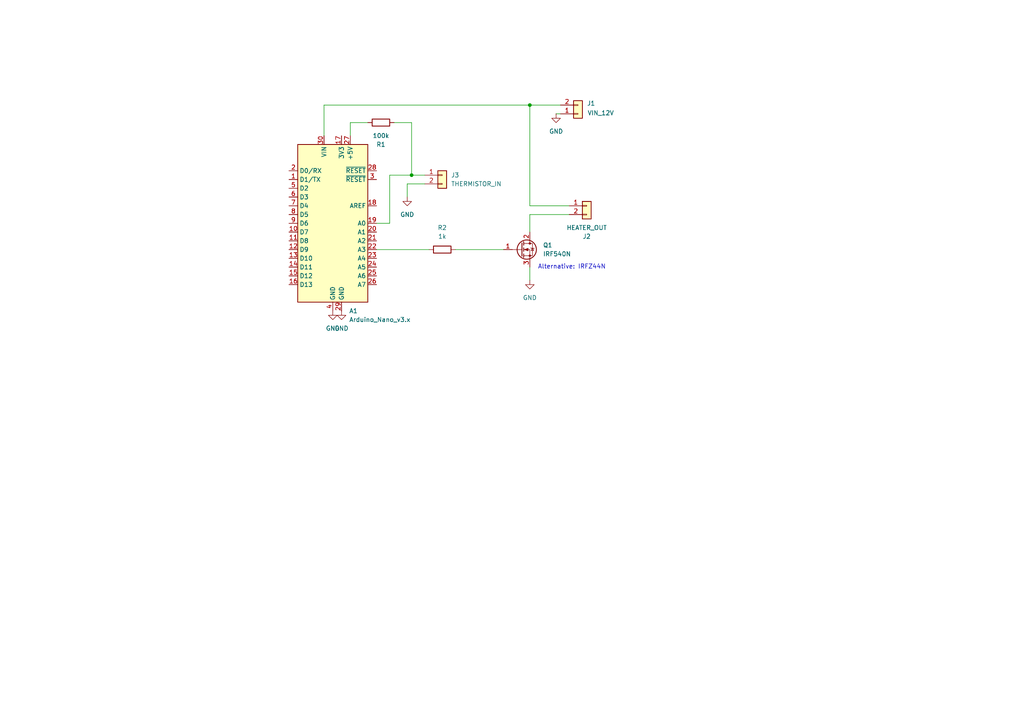
<source format=kicad_sch>
(kicad_sch
	(version 20231120)
	(generator "eeschema")
	(generator_version "8.0")
	(uuid "90fb296a-b995-4d70-8137-d9ece6a12c7e")
	(paper "A4")
	(lib_symbols
		(symbol "Connector_Generic:Conn_01x02"
			(pin_names
				(offset 1.016) hide)
			(exclude_from_sim no)
			(in_bom yes)
			(on_board yes)
			(property "Reference" "J"
				(at 0 2.54 0)
				(effects
					(font
						(size 1.27 1.27)
					)
				)
			)
			(property "Value" "Conn_01x02"
				(at 0 -5.08 0)
				(effects
					(font
						(size 1.27 1.27)
					)
				)
			)
			(property "Footprint" ""
				(at 0 0 0)
				(effects
					(font
						(size 1.27 1.27)
					)
					(hide yes)
				)
			)
			(property "Datasheet" "~"
				(at 0 0 0)
				(effects
					(font
						(size 1.27 1.27)
					)
					(hide yes)
				)
			)
			(property "Description" "Generic connector, single row, 01x02, script generated (kicad-library-utils/schlib/autogen/connector/)"
				(at 0 0 0)
				(effects
					(font
						(size 1.27 1.27)
					)
					(hide yes)
				)
			)
			(property "ki_keywords" "connector"
				(at 0 0 0)
				(effects
					(font
						(size 1.27 1.27)
					)
					(hide yes)
				)
			)
			(property "ki_fp_filters" "Connector*:*_1x??_*"
				(at 0 0 0)
				(effects
					(font
						(size 1.27 1.27)
					)
					(hide yes)
				)
			)
			(symbol "Conn_01x02_1_1"
				(rectangle
					(start -1.27 -2.413)
					(end 0 -2.667)
					(stroke
						(width 0.1524)
						(type default)
					)
					(fill
						(type none)
					)
				)
				(rectangle
					(start -1.27 0.127)
					(end 0 -0.127)
					(stroke
						(width 0.1524)
						(type default)
					)
					(fill
						(type none)
					)
				)
				(rectangle
					(start -1.27 1.27)
					(end 1.27 -3.81)
					(stroke
						(width 0.254)
						(type default)
					)
					(fill
						(type background)
					)
				)
				(pin passive line
					(at -5.08 0 0)
					(length 3.81)
					(name "Pin_1"
						(effects
							(font
								(size 1.27 1.27)
							)
						)
					)
					(number "1"
						(effects
							(font
								(size 1.27 1.27)
							)
						)
					)
				)
				(pin passive line
					(at -5.08 -2.54 0)
					(length 3.81)
					(name "Pin_2"
						(effects
							(font
								(size 1.27 1.27)
							)
						)
					)
					(number "2"
						(effects
							(font
								(size 1.27 1.27)
							)
						)
					)
				)
			)
		)
		(symbol "Device:R"
			(pin_numbers hide)
			(pin_names
				(offset 0)
			)
			(exclude_from_sim no)
			(in_bom yes)
			(on_board yes)
			(property "Reference" "R"
				(at 2.032 0 90)
				(effects
					(font
						(size 1.27 1.27)
					)
				)
			)
			(property "Value" "R"
				(at 0 0 90)
				(effects
					(font
						(size 1.27 1.27)
					)
				)
			)
			(property "Footprint" ""
				(at -1.778 0 90)
				(effects
					(font
						(size 1.27 1.27)
					)
					(hide yes)
				)
			)
			(property "Datasheet" "~"
				(at 0 0 0)
				(effects
					(font
						(size 1.27 1.27)
					)
					(hide yes)
				)
			)
			(property "Description" "Resistor"
				(at 0 0 0)
				(effects
					(font
						(size 1.27 1.27)
					)
					(hide yes)
				)
			)
			(property "ki_keywords" "R res resistor"
				(at 0 0 0)
				(effects
					(font
						(size 1.27 1.27)
					)
					(hide yes)
				)
			)
			(property "ki_fp_filters" "R_*"
				(at 0 0 0)
				(effects
					(font
						(size 1.27 1.27)
					)
					(hide yes)
				)
			)
			(symbol "R_0_1"
				(rectangle
					(start -1.016 -2.54)
					(end 1.016 2.54)
					(stroke
						(width 0.254)
						(type default)
					)
					(fill
						(type none)
					)
				)
			)
			(symbol "R_1_1"
				(pin passive line
					(at 0 3.81 270)
					(length 1.27)
					(name "~"
						(effects
							(font
								(size 1.27 1.27)
							)
						)
					)
					(number "1"
						(effects
							(font
								(size 1.27 1.27)
							)
						)
					)
				)
				(pin passive line
					(at 0 -3.81 90)
					(length 1.27)
					(name "~"
						(effects
							(font
								(size 1.27 1.27)
							)
						)
					)
					(number "2"
						(effects
							(font
								(size 1.27 1.27)
							)
						)
					)
				)
			)
		)
		(symbol "MCU_Module:Arduino_Nano_v3.x"
			(exclude_from_sim no)
			(in_bom yes)
			(on_board yes)
			(property "Reference" "A"
				(at -10.16 23.495 0)
				(effects
					(font
						(size 1.27 1.27)
					)
					(justify left bottom)
				)
			)
			(property "Value" "Arduino_Nano_v3.x"
				(at 5.08 -24.13 0)
				(effects
					(font
						(size 1.27 1.27)
					)
					(justify left top)
				)
			)
			(property "Footprint" "Module:Arduino_Nano"
				(at 0 0 0)
				(effects
					(font
						(size 1.27 1.27)
						(italic yes)
					)
					(hide yes)
				)
			)
			(property "Datasheet" "http://www.mouser.com/pdfdocs/Gravitech_Arduino_Nano3_0.pdf"
				(at 0 0 0)
				(effects
					(font
						(size 1.27 1.27)
					)
					(hide yes)
				)
			)
			(property "Description" "Arduino Nano v3.x"
				(at 0 0 0)
				(effects
					(font
						(size 1.27 1.27)
					)
					(hide yes)
				)
			)
			(property "ki_keywords" "Arduino nano microcontroller module USB"
				(at 0 0 0)
				(effects
					(font
						(size 1.27 1.27)
					)
					(hide yes)
				)
			)
			(property "ki_fp_filters" "Arduino*Nano*"
				(at 0 0 0)
				(effects
					(font
						(size 1.27 1.27)
					)
					(hide yes)
				)
			)
			(symbol "Arduino_Nano_v3.x_0_1"
				(rectangle
					(start -10.16 22.86)
					(end 10.16 -22.86)
					(stroke
						(width 0.254)
						(type default)
					)
					(fill
						(type background)
					)
				)
			)
			(symbol "Arduino_Nano_v3.x_1_1"
				(pin bidirectional line
					(at -12.7 12.7 0)
					(length 2.54)
					(name "D1/TX"
						(effects
							(font
								(size 1.27 1.27)
							)
						)
					)
					(number "1"
						(effects
							(font
								(size 1.27 1.27)
							)
						)
					)
				)
				(pin bidirectional line
					(at -12.7 -2.54 0)
					(length 2.54)
					(name "D7"
						(effects
							(font
								(size 1.27 1.27)
							)
						)
					)
					(number "10"
						(effects
							(font
								(size 1.27 1.27)
							)
						)
					)
				)
				(pin bidirectional line
					(at -12.7 -5.08 0)
					(length 2.54)
					(name "D8"
						(effects
							(font
								(size 1.27 1.27)
							)
						)
					)
					(number "11"
						(effects
							(font
								(size 1.27 1.27)
							)
						)
					)
				)
				(pin bidirectional line
					(at -12.7 -7.62 0)
					(length 2.54)
					(name "D9"
						(effects
							(font
								(size 1.27 1.27)
							)
						)
					)
					(number "12"
						(effects
							(font
								(size 1.27 1.27)
							)
						)
					)
				)
				(pin bidirectional line
					(at -12.7 -10.16 0)
					(length 2.54)
					(name "D10"
						(effects
							(font
								(size 1.27 1.27)
							)
						)
					)
					(number "13"
						(effects
							(font
								(size 1.27 1.27)
							)
						)
					)
				)
				(pin bidirectional line
					(at -12.7 -12.7 0)
					(length 2.54)
					(name "D11"
						(effects
							(font
								(size 1.27 1.27)
							)
						)
					)
					(number "14"
						(effects
							(font
								(size 1.27 1.27)
							)
						)
					)
				)
				(pin bidirectional line
					(at -12.7 -15.24 0)
					(length 2.54)
					(name "D12"
						(effects
							(font
								(size 1.27 1.27)
							)
						)
					)
					(number "15"
						(effects
							(font
								(size 1.27 1.27)
							)
						)
					)
				)
				(pin bidirectional line
					(at -12.7 -17.78 0)
					(length 2.54)
					(name "D13"
						(effects
							(font
								(size 1.27 1.27)
							)
						)
					)
					(number "16"
						(effects
							(font
								(size 1.27 1.27)
							)
						)
					)
				)
				(pin power_out line
					(at 2.54 25.4 270)
					(length 2.54)
					(name "3V3"
						(effects
							(font
								(size 1.27 1.27)
							)
						)
					)
					(number "17"
						(effects
							(font
								(size 1.27 1.27)
							)
						)
					)
				)
				(pin input line
					(at 12.7 5.08 180)
					(length 2.54)
					(name "AREF"
						(effects
							(font
								(size 1.27 1.27)
							)
						)
					)
					(number "18"
						(effects
							(font
								(size 1.27 1.27)
							)
						)
					)
				)
				(pin bidirectional line
					(at 12.7 0 180)
					(length 2.54)
					(name "A0"
						(effects
							(font
								(size 1.27 1.27)
							)
						)
					)
					(number "19"
						(effects
							(font
								(size 1.27 1.27)
							)
						)
					)
				)
				(pin bidirectional line
					(at -12.7 15.24 0)
					(length 2.54)
					(name "D0/RX"
						(effects
							(font
								(size 1.27 1.27)
							)
						)
					)
					(number "2"
						(effects
							(font
								(size 1.27 1.27)
							)
						)
					)
				)
				(pin bidirectional line
					(at 12.7 -2.54 180)
					(length 2.54)
					(name "A1"
						(effects
							(font
								(size 1.27 1.27)
							)
						)
					)
					(number "20"
						(effects
							(font
								(size 1.27 1.27)
							)
						)
					)
				)
				(pin bidirectional line
					(at 12.7 -5.08 180)
					(length 2.54)
					(name "A2"
						(effects
							(font
								(size 1.27 1.27)
							)
						)
					)
					(number "21"
						(effects
							(font
								(size 1.27 1.27)
							)
						)
					)
				)
				(pin bidirectional line
					(at 12.7 -7.62 180)
					(length 2.54)
					(name "A3"
						(effects
							(font
								(size 1.27 1.27)
							)
						)
					)
					(number "22"
						(effects
							(font
								(size 1.27 1.27)
							)
						)
					)
				)
				(pin bidirectional line
					(at 12.7 -10.16 180)
					(length 2.54)
					(name "A4"
						(effects
							(font
								(size 1.27 1.27)
							)
						)
					)
					(number "23"
						(effects
							(font
								(size 1.27 1.27)
							)
						)
					)
				)
				(pin bidirectional line
					(at 12.7 -12.7 180)
					(length 2.54)
					(name "A5"
						(effects
							(font
								(size 1.27 1.27)
							)
						)
					)
					(number "24"
						(effects
							(font
								(size 1.27 1.27)
							)
						)
					)
				)
				(pin bidirectional line
					(at 12.7 -15.24 180)
					(length 2.54)
					(name "A6"
						(effects
							(font
								(size 1.27 1.27)
							)
						)
					)
					(number "25"
						(effects
							(font
								(size 1.27 1.27)
							)
						)
					)
				)
				(pin bidirectional line
					(at 12.7 -17.78 180)
					(length 2.54)
					(name "A7"
						(effects
							(font
								(size 1.27 1.27)
							)
						)
					)
					(number "26"
						(effects
							(font
								(size 1.27 1.27)
							)
						)
					)
				)
				(pin power_out line
					(at 5.08 25.4 270)
					(length 2.54)
					(name "+5V"
						(effects
							(font
								(size 1.27 1.27)
							)
						)
					)
					(number "27"
						(effects
							(font
								(size 1.27 1.27)
							)
						)
					)
				)
				(pin input line
					(at 12.7 15.24 180)
					(length 2.54)
					(name "~{RESET}"
						(effects
							(font
								(size 1.27 1.27)
							)
						)
					)
					(number "28"
						(effects
							(font
								(size 1.27 1.27)
							)
						)
					)
				)
				(pin power_in line
					(at 2.54 -25.4 90)
					(length 2.54)
					(name "GND"
						(effects
							(font
								(size 1.27 1.27)
							)
						)
					)
					(number "29"
						(effects
							(font
								(size 1.27 1.27)
							)
						)
					)
				)
				(pin input line
					(at 12.7 12.7 180)
					(length 2.54)
					(name "~{RESET}"
						(effects
							(font
								(size 1.27 1.27)
							)
						)
					)
					(number "3"
						(effects
							(font
								(size 1.27 1.27)
							)
						)
					)
				)
				(pin power_in line
					(at -2.54 25.4 270)
					(length 2.54)
					(name "VIN"
						(effects
							(font
								(size 1.27 1.27)
							)
						)
					)
					(number "30"
						(effects
							(font
								(size 1.27 1.27)
							)
						)
					)
				)
				(pin power_in line
					(at 0 -25.4 90)
					(length 2.54)
					(name "GND"
						(effects
							(font
								(size 1.27 1.27)
							)
						)
					)
					(number "4"
						(effects
							(font
								(size 1.27 1.27)
							)
						)
					)
				)
				(pin bidirectional line
					(at -12.7 10.16 0)
					(length 2.54)
					(name "D2"
						(effects
							(font
								(size 1.27 1.27)
							)
						)
					)
					(number "5"
						(effects
							(font
								(size 1.27 1.27)
							)
						)
					)
				)
				(pin bidirectional line
					(at -12.7 7.62 0)
					(length 2.54)
					(name "D3"
						(effects
							(font
								(size 1.27 1.27)
							)
						)
					)
					(number "6"
						(effects
							(font
								(size 1.27 1.27)
							)
						)
					)
				)
				(pin bidirectional line
					(at -12.7 5.08 0)
					(length 2.54)
					(name "D4"
						(effects
							(font
								(size 1.27 1.27)
							)
						)
					)
					(number "7"
						(effects
							(font
								(size 1.27 1.27)
							)
						)
					)
				)
				(pin bidirectional line
					(at -12.7 2.54 0)
					(length 2.54)
					(name "D5"
						(effects
							(font
								(size 1.27 1.27)
							)
						)
					)
					(number "8"
						(effects
							(font
								(size 1.27 1.27)
							)
						)
					)
				)
				(pin bidirectional line
					(at -12.7 0 0)
					(length 2.54)
					(name "D6"
						(effects
							(font
								(size 1.27 1.27)
							)
						)
					)
					(number "9"
						(effects
							(font
								(size 1.27 1.27)
							)
						)
					)
				)
			)
		)
		(symbol "Transistor_FET:IRF540N"
			(pin_names hide)
			(exclude_from_sim no)
			(in_bom yes)
			(on_board yes)
			(property "Reference" "Q"
				(at 5.08 1.905 0)
				(effects
					(font
						(size 1.27 1.27)
					)
					(justify left)
				)
			)
			(property "Value" "IRF540N"
				(at 5.08 0 0)
				(effects
					(font
						(size 1.27 1.27)
					)
					(justify left)
				)
			)
			(property "Footprint" "Package_TO_SOT_THT:TO-220-3_Vertical"
				(at 5.08 -1.905 0)
				(effects
					(font
						(size 1.27 1.27)
						(italic yes)
					)
					(justify left)
					(hide yes)
				)
			)
			(property "Datasheet" "http://www.irf.com/product-info/datasheets/data/irf540n.pdf"
				(at 5.08 -3.81 0)
				(effects
					(font
						(size 1.27 1.27)
					)
					(justify left)
					(hide yes)
				)
			)
			(property "Description" "33A Id, 100V Vds, HEXFET N-Channel MOSFET, TO-220"
				(at 0 0 0)
				(effects
					(font
						(size 1.27 1.27)
					)
					(hide yes)
				)
			)
			(property "ki_keywords" "HEXFET N-Channel MOSFET"
				(at 0 0 0)
				(effects
					(font
						(size 1.27 1.27)
					)
					(hide yes)
				)
			)
			(property "ki_fp_filters" "TO?220*"
				(at 0 0 0)
				(effects
					(font
						(size 1.27 1.27)
					)
					(hide yes)
				)
			)
			(symbol "IRF540N_0_1"
				(polyline
					(pts
						(xy 0.254 0) (xy -2.54 0)
					)
					(stroke
						(width 0)
						(type default)
					)
					(fill
						(type none)
					)
				)
				(polyline
					(pts
						(xy 0.254 1.905) (xy 0.254 -1.905)
					)
					(stroke
						(width 0.254)
						(type default)
					)
					(fill
						(type none)
					)
				)
				(polyline
					(pts
						(xy 0.762 -1.27) (xy 0.762 -2.286)
					)
					(stroke
						(width 0.254)
						(type default)
					)
					(fill
						(type none)
					)
				)
				(polyline
					(pts
						(xy 0.762 0.508) (xy 0.762 -0.508)
					)
					(stroke
						(width 0.254)
						(type default)
					)
					(fill
						(type none)
					)
				)
				(polyline
					(pts
						(xy 0.762 2.286) (xy 0.762 1.27)
					)
					(stroke
						(width 0.254)
						(type default)
					)
					(fill
						(type none)
					)
				)
				(polyline
					(pts
						(xy 2.54 2.54) (xy 2.54 1.778)
					)
					(stroke
						(width 0)
						(type default)
					)
					(fill
						(type none)
					)
				)
				(polyline
					(pts
						(xy 2.54 -2.54) (xy 2.54 0) (xy 0.762 0)
					)
					(stroke
						(width 0)
						(type default)
					)
					(fill
						(type none)
					)
				)
				(polyline
					(pts
						(xy 0.762 -1.778) (xy 3.302 -1.778) (xy 3.302 1.778) (xy 0.762 1.778)
					)
					(stroke
						(width 0)
						(type default)
					)
					(fill
						(type none)
					)
				)
				(polyline
					(pts
						(xy 1.016 0) (xy 2.032 0.381) (xy 2.032 -0.381) (xy 1.016 0)
					)
					(stroke
						(width 0)
						(type default)
					)
					(fill
						(type outline)
					)
				)
				(polyline
					(pts
						(xy 2.794 0.508) (xy 2.921 0.381) (xy 3.683 0.381) (xy 3.81 0.254)
					)
					(stroke
						(width 0)
						(type default)
					)
					(fill
						(type none)
					)
				)
				(polyline
					(pts
						(xy 3.302 0.381) (xy 2.921 -0.254) (xy 3.683 -0.254) (xy 3.302 0.381)
					)
					(stroke
						(width 0)
						(type default)
					)
					(fill
						(type none)
					)
				)
				(circle
					(center 1.651 0)
					(radius 2.794)
					(stroke
						(width 0.254)
						(type default)
					)
					(fill
						(type none)
					)
				)
				(circle
					(center 2.54 -1.778)
					(radius 0.254)
					(stroke
						(width 0)
						(type default)
					)
					(fill
						(type outline)
					)
				)
				(circle
					(center 2.54 1.778)
					(radius 0.254)
					(stroke
						(width 0)
						(type default)
					)
					(fill
						(type outline)
					)
				)
			)
			(symbol "IRF540N_1_1"
				(pin input line
					(at -5.08 0 0)
					(length 2.54)
					(name "G"
						(effects
							(font
								(size 1.27 1.27)
							)
						)
					)
					(number "1"
						(effects
							(font
								(size 1.27 1.27)
							)
						)
					)
				)
				(pin passive line
					(at 2.54 5.08 270)
					(length 2.54)
					(name "D"
						(effects
							(font
								(size 1.27 1.27)
							)
						)
					)
					(number "2"
						(effects
							(font
								(size 1.27 1.27)
							)
						)
					)
				)
				(pin passive line
					(at 2.54 -5.08 90)
					(length 2.54)
					(name "S"
						(effects
							(font
								(size 1.27 1.27)
							)
						)
					)
					(number "3"
						(effects
							(font
								(size 1.27 1.27)
							)
						)
					)
				)
			)
		)
		(symbol "power:GND"
			(power)
			(pin_numbers hide)
			(pin_names
				(offset 0) hide)
			(exclude_from_sim no)
			(in_bom yes)
			(on_board yes)
			(property "Reference" "#PWR"
				(at 0 -6.35 0)
				(effects
					(font
						(size 1.27 1.27)
					)
					(hide yes)
				)
			)
			(property "Value" "GND"
				(at 0 -3.81 0)
				(effects
					(font
						(size 1.27 1.27)
					)
				)
			)
			(property "Footprint" ""
				(at 0 0 0)
				(effects
					(font
						(size 1.27 1.27)
					)
					(hide yes)
				)
			)
			(property "Datasheet" ""
				(at 0 0 0)
				(effects
					(font
						(size 1.27 1.27)
					)
					(hide yes)
				)
			)
			(property "Description" "Power symbol creates a global label with name \"GND\" , ground"
				(at 0 0 0)
				(effects
					(font
						(size 1.27 1.27)
					)
					(hide yes)
				)
			)
			(property "ki_keywords" "global power"
				(at 0 0 0)
				(effects
					(font
						(size 1.27 1.27)
					)
					(hide yes)
				)
			)
			(symbol "GND_0_1"
				(polyline
					(pts
						(xy 0 0) (xy 0 -1.27) (xy 1.27 -1.27) (xy 0 -2.54) (xy -1.27 -1.27) (xy 0 -1.27)
					)
					(stroke
						(width 0)
						(type default)
					)
					(fill
						(type none)
					)
				)
			)
			(symbol "GND_1_1"
				(pin power_in line
					(at 0 0 270)
					(length 0)
					(name "~"
						(effects
							(font
								(size 1.27 1.27)
							)
						)
					)
					(number "1"
						(effects
							(font
								(size 1.27 1.27)
							)
						)
					)
				)
			)
		)
	)
	(junction
		(at 153.67 30.48)
		(diameter 0)
		(color 0 0 0 0)
		(uuid "5849f086-7345-4836-9863-f56bf8932ef5")
	)
	(junction
		(at 119.38 50.8)
		(diameter 0)
		(color 0 0 0 0)
		(uuid "d8000189-67a5-4b6d-9c55-818f3330720f")
	)
	(wire
		(pts
			(xy 113.03 50.8) (xy 113.03 64.77)
		)
		(stroke
			(width 0)
			(type default)
		)
		(uuid "0266e6e1-18ae-4a57-9557-94605ab4d9ed")
	)
	(wire
		(pts
			(xy 113.03 64.77) (xy 109.22 64.77)
		)
		(stroke
			(width 0)
			(type default)
		)
		(uuid "095dbbdb-464c-44e1-95fe-4e6a2654d0c5")
	)
	(wire
		(pts
			(xy 153.67 59.69) (xy 165.1 59.69)
		)
		(stroke
			(width 0)
			(type default)
		)
		(uuid "0eff5547-85cb-4eda-91d6-3a54f3ad9691")
	)
	(wire
		(pts
			(xy 153.67 77.47) (xy 153.67 81.28)
		)
		(stroke
			(width 0)
			(type default)
		)
		(uuid "11dfa091-8273-4695-9373-dad01b576105")
	)
	(wire
		(pts
			(xy 132.08 72.39) (xy 146.05 72.39)
		)
		(stroke
			(width 0)
			(type default)
		)
		(uuid "552ecaf0-b45e-4578-b283-51b9c44588e7")
	)
	(wire
		(pts
			(xy 162.56 30.48) (xy 153.67 30.48)
		)
		(stroke
			(width 0)
			(type default)
		)
		(uuid "57909790-3718-478c-b293-19553ee99f5b")
	)
	(wire
		(pts
			(xy 118.11 53.34) (xy 123.19 53.34)
		)
		(stroke
			(width 0)
			(type default)
		)
		(uuid "58987765-5f84-45b3-9c57-bea9ae960c62")
	)
	(wire
		(pts
			(xy 93.98 30.48) (xy 153.67 30.48)
		)
		(stroke
			(width 0)
			(type default)
		)
		(uuid "6ca64583-b0e2-4696-99f2-ed692497bf20")
	)
	(wire
		(pts
			(xy 119.38 35.56) (xy 119.38 50.8)
		)
		(stroke
			(width 0)
			(type default)
		)
		(uuid "7d4637da-1c48-4508-9b2a-1ee487398322")
	)
	(wire
		(pts
			(xy 93.98 30.48) (xy 93.98 39.37)
		)
		(stroke
			(width 0)
			(type default)
		)
		(uuid "7e47bd5a-ba29-47a8-98c4-c55391b0cd1d")
	)
	(wire
		(pts
			(xy 153.67 30.48) (xy 153.67 59.69)
		)
		(stroke
			(width 0)
			(type default)
		)
		(uuid "8a2d432d-9350-414a-9767-c8533fb6ac02")
	)
	(wire
		(pts
			(xy 153.67 62.23) (xy 153.67 67.31)
		)
		(stroke
			(width 0)
			(type default)
		)
		(uuid "90e7fbe2-c492-4d62-9195-d6e5fdc06d72")
	)
	(wire
		(pts
			(xy 162.56 33.02) (xy 161.29 33.02)
		)
		(stroke
			(width 0)
			(type default)
		)
		(uuid "c966306c-054a-41a5-b7b0-6ae7f73cbe9f")
	)
	(wire
		(pts
			(xy 114.3 35.56) (xy 119.38 35.56)
		)
		(stroke
			(width 0)
			(type default)
		)
		(uuid "d050a8dc-3e91-4dd8-a0dc-6250ae9c4785")
	)
	(wire
		(pts
			(xy 109.22 72.39) (xy 124.46 72.39)
		)
		(stroke
			(width 0)
			(type default)
		)
		(uuid "d5bcebbd-f506-413d-9f34-e5d6a7b9ebfa")
	)
	(wire
		(pts
			(xy 101.6 35.56) (xy 106.68 35.56)
		)
		(stroke
			(width 0)
			(type default)
		)
		(uuid "e24f16db-e274-4d1c-9568-ec95c10d6990")
	)
	(wire
		(pts
			(xy 113.03 50.8) (xy 119.38 50.8)
		)
		(stroke
			(width 0)
			(type default)
		)
		(uuid "e588d4ad-bd80-4d76-b07f-81f415bbacaa")
	)
	(wire
		(pts
			(xy 118.11 57.15) (xy 118.11 53.34)
		)
		(stroke
			(width 0)
			(type default)
		)
		(uuid "e7d1589c-667b-45c8-b075-162a5c56b519")
	)
	(wire
		(pts
			(xy 165.1 62.23) (xy 153.67 62.23)
		)
		(stroke
			(width 0)
			(type default)
		)
		(uuid "edb68865-efc0-4d6a-9f15-b5d63b1525cd")
	)
	(wire
		(pts
			(xy 119.38 50.8) (xy 123.19 50.8)
		)
		(stroke
			(width 0)
			(type default)
		)
		(uuid "ee688bac-9283-4b34-a7ee-69eb9e64c004")
	)
	(wire
		(pts
			(xy 101.6 39.37) (xy 101.6 35.56)
		)
		(stroke
			(width 0)
			(type default)
		)
		(uuid "f92aadc3-cda3-4903-b51d-77f263d170fc")
	)
	(text "Alternative: IRFZ44N"
		(exclude_from_sim no)
		(at 165.862 77.47 0)
		(effects
			(font
				(size 1.27 1.27)
			)
		)
		(uuid "fb517a38-67c9-451f-8531-22c6751a69c3")
	)
	(symbol
		(lib_id "Transistor_FET:IRF540N")
		(at 151.13 72.39 0)
		(unit 1)
		(exclude_from_sim no)
		(in_bom yes)
		(on_board yes)
		(dnp no)
		(fields_autoplaced yes)
		(uuid "0cbe1a5f-b621-4ed5-8558-cc1222d0f221")
		(property "Reference" "Q1"
			(at 157.48 71.1199 0)
			(effects
				(font
					(size 1.27 1.27)
				)
				(justify left)
			)
		)
		(property "Value" "IRF540N"
			(at 157.48 73.6599 0)
			(effects
				(font
					(size 1.27 1.27)
				)
				(justify left)
			)
		)
		(property "Footprint" "Package_TO_SOT_THT:TO-220-3_Vertical"
			(at 156.21 74.295 0)
			(effects
				(font
					(size 1.27 1.27)
					(italic yes)
				)
				(justify left)
				(hide yes)
			)
		)
		(property "Datasheet" ""
			(at 156.21 76.2 0)
			(effects
				(font
					(size 1.27 1.27)
				)
				(justify left)
				(hide yes)
			)
		)
		(property "Description" "33A Id, 100V Vds, HEXFET N-Channel MOSFET, TO-220"
			(at 151.13 72.39 0)
			(effects
				(font
					(size 1.27 1.27)
				)
				(hide yes)
			)
		)
		(pin "2"
			(uuid "50cf67e2-caf4-4383-aa60-0320ba170af7")
		)
		(pin "1"
			(uuid "d7fb1293-f69b-4462-9fd5-c12d57c77e5a")
		)
		(pin "3"
			(uuid "944a0fdd-5681-4670-8b3b-11fa41f8fb3a")
		)
		(instances
			(project ""
				(path "/90fb296a-b995-4d70-8137-d9ece6a12c7e"
					(reference "Q1")
					(unit 1)
				)
			)
		)
	)
	(symbol
		(lib_id "power:GND")
		(at 153.67 81.28 0)
		(unit 1)
		(exclude_from_sim no)
		(in_bom yes)
		(on_board yes)
		(dnp no)
		(fields_autoplaced yes)
		(uuid "1dec2d95-5752-48e7-a5f4-36e00cea76cb")
		(property "Reference" "#PWR03"
			(at 153.67 87.63 0)
			(effects
				(font
					(size 1.27 1.27)
				)
				(hide yes)
			)
		)
		(property "Value" "GND"
			(at 153.67 86.36 0)
			(effects
				(font
					(size 1.27 1.27)
				)
			)
		)
		(property "Footprint" ""
			(at 153.67 81.28 0)
			(effects
				(font
					(size 1.27 1.27)
				)
				(hide yes)
			)
		)
		(property "Datasheet" ""
			(at 153.67 81.28 0)
			(effects
				(font
					(size 1.27 1.27)
				)
				(hide yes)
			)
		)
		(property "Description" "Power symbol creates a global label with name \"GND\" , ground"
			(at 153.67 81.28 0)
			(effects
				(font
					(size 1.27 1.27)
				)
				(hide yes)
			)
		)
		(pin "1"
			(uuid "73020aad-c422-4906-b99c-80ed08cfe861")
		)
		(instances
			(project "hotend controller"
				(path "/90fb296a-b995-4d70-8137-d9ece6a12c7e"
					(reference "#PWR03")
					(unit 1)
				)
			)
		)
	)
	(symbol
		(lib_id "power:GND")
		(at 99.06 90.17 0)
		(unit 1)
		(exclude_from_sim no)
		(in_bom yes)
		(on_board yes)
		(dnp no)
		(fields_autoplaced yes)
		(uuid "34c21e6f-ddac-4353-84d9-157b6e03250e")
		(property "Reference" "#PWR05"
			(at 99.06 96.52 0)
			(effects
				(font
					(size 1.27 1.27)
				)
				(hide yes)
			)
		)
		(property "Value" "GND"
			(at 99.06 95.25 0)
			(effects
				(font
					(size 1.27 1.27)
				)
			)
		)
		(property "Footprint" ""
			(at 99.06 90.17 0)
			(effects
				(font
					(size 1.27 1.27)
				)
				(hide yes)
			)
		)
		(property "Datasheet" ""
			(at 99.06 90.17 0)
			(effects
				(font
					(size 1.27 1.27)
				)
				(hide yes)
			)
		)
		(property "Description" "Power symbol creates a global label with name \"GND\" , ground"
			(at 99.06 90.17 0)
			(effects
				(font
					(size 1.27 1.27)
				)
				(hide yes)
			)
		)
		(pin "1"
			(uuid "565cafe6-f802-49b8-9cee-3718fca106a1")
		)
		(instances
			(project "hotend controller"
				(path "/90fb296a-b995-4d70-8137-d9ece6a12c7e"
					(reference "#PWR05")
					(unit 1)
				)
			)
		)
	)
	(symbol
		(lib_id "Device:R")
		(at 128.27 72.39 270)
		(unit 1)
		(exclude_from_sim no)
		(in_bom yes)
		(on_board yes)
		(dnp no)
		(fields_autoplaced yes)
		(uuid "7bf562a4-332a-4978-87c9-e2300a15d57c")
		(property "Reference" "R2"
			(at 128.27 66.04 90)
			(effects
				(font
					(size 1.27 1.27)
				)
			)
		)
		(property "Value" "1k"
			(at 128.27 68.58 90)
			(effects
				(font
					(size 1.27 1.27)
				)
			)
		)
		(property "Footprint" "Resistor_THT:R_Axial_DIN0207_L6.3mm_D2.5mm_P10.16mm_Horizontal"
			(at 128.27 70.612 90)
			(effects
				(font
					(size 1.27 1.27)
				)
				(hide yes)
			)
		)
		(property "Datasheet" "~"
			(at 128.27 72.39 0)
			(effects
				(font
					(size 1.27 1.27)
				)
				(hide yes)
			)
		)
		(property "Description" "Resistor"
			(at 128.27 72.39 0)
			(effects
				(font
					(size 1.27 1.27)
				)
				(hide yes)
			)
		)
		(pin "2"
			(uuid "cfc874eb-0961-435e-b8c9-fe17202505af")
		)
		(pin "1"
			(uuid "1a99b8ff-1651-4048-876b-ce23667d785f")
		)
		(instances
			(project "hotend controller"
				(path "/90fb296a-b995-4d70-8137-d9ece6a12c7e"
					(reference "R2")
					(unit 1)
				)
			)
		)
	)
	(symbol
		(lib_id "MCU_Module:Arduino_Nano_v3.x")
		(at 96.52 64.77 0)
		(unit 1)
		(exclude_from_sim no)
		(in_bom yes)
		(on_board yes)
		(dnp no)
		(fields_autoplaced yes)
		(uuid "99e47292-fc59-4cd0-9496-2a7bb8d25711")
		(property "Reference" "A1"
			(at 101.2541 90.17 0)
			(effects
				(font
					(size 1.27 1.27)
				)
				(justify left)
			)
		)
		(property "Value" "Arduino_Nano_v3.x"
			(at 101.2541 92.71 0)
			(effects
				(font
					(size 1.27 1.27)
				)
				(justify left)
			)
		)
		(property "Footprint" "Module:Arduino_Nano"
			(at 96.52 64.77 0)
			(effects
				(font
					(size 1.27 1.27)
					(italic yes)
				)
				(hide yes)
			)
		)
		(property "Datasheet" "http://www.mouser.com/pdfdocs/Gravitech_Arduino_Nano3_0.pdf"
			(at 96.52 64.77 0)
			(effects
				(font
					(size 1.27 1.27)
				)
				(hide yes)
			)
		)
		(property "Description" "Arduino Nano v3.x"
			(at 96.52 64.77 0)
			(effects
				(font
					(size 1.27 1.27)
				)
				(hide yes)
			)
		)
		(pin "23"
			(uuid "686f9315-b1b2-472a-8f87-b4082f924109")
		)
		(pin "1"
			(uuid "b4417d32-0c90-458a-afe4-afdbbf3b1fc3")
		)
		(pin "16"
			(uuid "2d9eb8cd-d719-4d25-a6c5-383038c64ec9")
		)
		(pin "17"
			(uuid "59775f6b-389c-4770-bf48-aa7e1172cf57")
		)
		(pin "19"
			(uuid "6da04750-7e98-4861-bd4c-631845e1fb4b")
		)
		(pin "20"
			(uuid "842f9845-1ae5-472f-9a84-89321fc44c74")
		)
		(pin "27"
			(uuid "bb38c119-98ed-4579-b288-e7f87541fd8b")
		)
		(pin "26"
			(uuid "b7acd85c-b149-426c-98c9-26b0c7042666")
		)
		(pin "22"
			(uuid "bd5f6a32-c0f5-47ec-b9f1-14b382a3b534")
		)
		(pin "7"
			(uuid "f2cc7fa4-9c58-4fc3-bfee-ffc4ec917fef")
		)
		(pin "30"
			(uuid "7f96df21-657f-4bbd-a5a9-7265ec44965f")
		)
		(pin "15"
			(uuid "46d3d45a-ed4e-4662-b78a-557010ddbef6")
		)
		(pin "25"
			(uuid "c06a5aa8-970e-4d43-a9bb-74917c5c1acf")
		)
		(pin "9"
			(uuid "b741fca7-61dd-42e0-8283-1f883db09096")
		)
		(pin "3"
			(uuid "d8341734-cf13-44a8-8f47-de82cb38646e")
		)
		(pin "28"
			(uuid "4445a30b-5d4a-4d9f-8d3b-63fad9765e94")
		)
		(pin "14"
			(uuid "6ee1155e-3409-41d2-9c1d-5d780b0019df")
		)
		(pin "12"
			(uuid "1d200a24-71db-431b-9d36-565ce5db6089")
		)
		(pin "10"
			(uuid "62da3032-7fb3-4368-85c2-cb0d558d15b4")
		)
		(pin "21"
			(uuid "5b8e4f23-0e85-4337-9c4b-f5274f1af503")
		)
		(pin "5"
			(uuid "b6ce0dd6-021d-4df3-84aa-544055fc8a9f")
		)
		(pin "29"
			(uuid "afc9ff51-98a3-48b3-ab04-3b82479d29d8")
		)
		(pin "6"
			(uuid "fcb6c657-4e2c-4d6b-a12d-480d625b20b8")
		)
		(pin "8"
			(uuid "34c9cba9-dc86-4685-84b3-756fcb0ecac4")
		)
		(pin "24"
			(uuid "6d4f7766-0dce-4773-8157-0fc8edc09efd")
		)
		(pin "11"
			(uuid "d5a2e116-e65f-4745-b96b-9cd9686229df")
		)
		(pin "2"
			(uuid "715af164-e229-41e7-bd3a-85b4ff0932cd")
		)
		(pin "13"
			(uuid "54bf2acf-1540-433f-b2e5-628f8c9d05ee")
		)
		(pin "18"
			(uuid "27f71488-e8f0-49ef-a263-e5e4fbb52a8c")
		)
		(pin "4"
			(uuid "6b134268-54ea-47ce-893a-3edeb8b099f7")
		)
		(instances
			(project ""
				(path "/90fb296a-b995-4d70-8137-d9ece6a12c7e"
					(reference "A1")
					(unit 1)
				)
			)
		)
	)
	(symbol
		(lib_id "Connector_Generic:Conn_01x02")
		(at 128.27 50.8 0)
		(unit 1)
		(exclude_from_sim no)
		(in_bom yes)
		(on_board yes)
		(dnp no)
		(fields_autoplaced yes)
		(uuid "a734da87-ba4c-4c83-8db4-c5234ce4f300")
		(property "Reference" "J3"
			(at 130.81 50.7999 0)
			(effects
				(font
					(size 1.27 1.27)
				)
				(justify left)
			)
		)
		(property "Value" "THERMISTOR_IN"
			(at 130.81 53.3399 0)
			(effects
				(font
					(size 1.27 1.27)
				)
				(justify left)
			)
		)
		(property "Footprint" "Connector_JST:JST_PH_B2B-PH-K_1x02_P2.00mm_Vertical"
			(at 128.27 50.8 0)
			(effects
				(font
					(size 1.27 1.27)
				)
				(hide yes)
			)
		)
		(property "Datasheet" "~"
			(at 128.27 50.8 0)
			(effects
				(font
					(size 1.27 1.27)
				)
				(hide yes)
			)
		)
		(property "Description" "Generic connector, single row, 01x02, script generated (kicad-library-utils/schlib/autogen/connector/)"
			(at 128.27 50.8 0)
			(effects
				(font
					(size 1.27 1.27)
				)
				(hide yes)
			)
		)
		(pin "2"
			(uuid "e3e5ba75-cd7e-4e45-9dc1-24bc955da8e5")
		)
		(pin "1"
			(uuid "c43b98b2-3f48-4931-99b5-1364fc78df69")
		)
		(instances
			(project "hotend controller"
				(path "/90fb296a-b995-4d70-8137-d9ece6a12c7e"
					(reference "J3")
					(unit 1)
				)
			)
		)
	)
	(symbol
		(lib_id "power:GND")
		(at 96.52 90.17 0)
		(unit 1)
		(exclude_from_sim no)
		(in_bom yes)
		(on_board yes)
		(dnp no)
		(fields_autoplaced yes)
		(uuid "a740a70b-9bd2-42b0-b628-bbe5440fa062")
		(property "Reference" "#PWR04"
			(at 96.52 96.52 0)
			(effects
				(font
					(size 1.27 1.27)
				)
				(hide yes)
			)
		)
		(property "Value" "GND"
			(at 96.52 95.25 0)
			(effects
				(font
					(size 1.27 1.27)
				)
			)
		)
		(property "Footprint" ""
			(at 96.52 90.17 0)
			(effects
				(font
					(size 1.27 1.27)
				)
				(hide yes)
			)
		)
		(property "Datasheet" ""
			(at 96.52 90.17 0)
			(effects
				(font
					(size 1.27 1.27)
				)
				(hide yes)
			)
		)
		(property "Description" "Power symbol creates a global label with name \"GND\" , ground"
			(at 96.52 90.17 0)
			(effects
				(font
					(size 1.27 1.27)
				)
				(hide yes)
			)
		)
		(pin "1"
			(uuid "e88bd0c8-9d79-4c90-b69f-9998c1bb75b0")
		)
		(instances
			(project "hotend controller"
				(path "/90fb296a-b995-4d70-8137-d9ece6a12c7e"
					(reference "#PWR04")
					(unit 1)
				)
			)
		)
	)
	(symbol
		(lib_id "Connector_Generic:Conn_01x02")
		(at 170.18 59.69 0)
		(unit 1)
		(exclude_from_sim no)
		(in_bom yes)
		(on_board yes)
		(dnp no)
		(uuid "b3670b12-243e-49b8-9e3c-9501e3985fe6")
		(property "Reference" "J2"
			(at 170.18 68.58 0)
			(effects
				(font
					(size 1.27 1.27)
				)
			)
		)
		(property "Value" "HEATER_OUT"
			(at 170.18 66.04 0)
			(effects
				(font
					(size 1.27 1.27)
				)
			)
		)
		(property "Footprint" "Connector_JST:JST_XH_B2B-XH-A_1x02_P2.50mm_Vertical"
			(at 170.18 59.69 0)
			(effects
				(font
					(size 1.27 1.27)
				)
				(hide yes)
			)
		)
		(property "Datasheet" "~"
			(at 170.18 59.69 0)
			(effects
				(font
					(size 1.27 1.27)
				)
				(hide yes)
			)
		)
		(property "Description" "Generic connector, single row, 01x02, script generated (kicad-library-utils/schlib/autogen/connector/)"
			(at 170.18 59.69 0)
			(effects
				(font
					(size 1.27 1.27)
				)
				(hide yes)
			)
		)
		(pin "2"
			(uuid "30966f3f-bacb-4565-b54e-91aa42b1f0c6")
		)
		(pin "1"
			(uuid "b7fe6af7-6a94-40b1-a1bf-3eb340a8c713")
		)
		(instances
			(project "hotend controller"
				(path "/90fb296a-b995-4d70-8137-d9ece6a12c7e"
					(reference "J2")
					(unit 1)
				)
			)
		)
	)
	(symbol
		(lib_id "Device:R")
		(at 110.49 35.56 270)
		(mirror x)
		(unit 1)
		(exclude_from_sim no)
		(in_bom yes)
		(on_board yes)
		(dnp no)
		(uuid "b8236caf-9abc-4804-961a-2455084dc633")
		(property "Reference" "R1"
			(at 110.49 41.91 90)
			(effects
				(font
					(size 1.27 1.27)
				)
			)
		)
		(property "Value" "100k"
			(at 110.49 39.37 90)
			(effects
				(font
					(size 1.27 1.27)
				)
			)
		)
		(property "Footprint" "Resistor_THT:R_Axial_DIN0207_L6.3mm_D2.5mm_P10.16mm_Horizontal"
			(at 110.49 37.338 90)
			(effects
				(font
					(size 1.27 1.27)
				)
				(hide yes)
			)
		)
		(property "Datasheet" "~"
			(at 110.49 35.56 0)
			(effects
				(font
					(size 1.27 1.27)
				)
				(hide yes)
			)
		)
		(property "Description" "Resistor"
			(at 110.49 35.56 0)
			(effects
				(font
					(size 1.27 1.27)
				)
				(hide yes)
			)
		)
		(pin "2"
			(uuid "527f1283-fc8d-48bd-9288-3d40591e152c")
		)
		(pin "1"
			(uuid "07a8d94b-f0a0-4984-a271-e140732165b3")
		)
		(instances
			(project ""
				(path "/90fb296a-b995-4d70-8137-d9ece6a12c7e"
					(reference "R1")
					(unit 1)
				)
			)
		)
	)
	(symbol
		(lib_id "power:GND")
		(at 161.29 33.02 0)
		(unit 1)
		(exclude_from_sim no)
		(in_bom yes)
		(on_board yes)
		(dnp no)
		(fields_autoplaced yes)
		(uuid "e022a303-fc8f-413b-9027-3a0ffc4be922")
		(property "Reference" "#PWR01"
			(at 161.29 39.37 0)
			(effects
				(font
					(size 1.27 1.27)
				)
				(hide yes)
			)
		)
		(property "Value" "GND"
			(at 161.29 38.1 0)
			(effects
				(font
					(size 1.27 1.27)
				)
			)
		)
		(property "Footprint" ""
			(at 161.29 33.02 0)
			(effects
				(font
					(size 1.27 1.27)
				)
				(hide yes)
			)
		)
		(property "Datasheet" ""
			(at 161.29 33.02 0)
			(effects
				(font
					(size 1.27 1.27)
				)
				(hide yes)
			)
		)
		(property "Description" "Power symbol creates a global label with name \"GND\" , ground"
			(at 161.29 33.02 0)
			(effects
				(font
					(size 1.27 1.27)
				)
				(hide yes)
			)
		)
		(pin "1"
			(uuid "97e17418-4011-43b8-a30c-0a5271451b7e")
		)
		(instances
			(project ""
				(path "/90fb296a-b995-4d70-8137-d9ece6a12c7e"
					(reference "#PWR01")
					(unit 1)
				)
			)
		)
	)
	(symbol
		(lib_id "power:GND")
		(at 118.11 57.15 0)
		(unit 1)
		(exclude_from_sim no)
		(in_bom yes)
		(on_board yes)
		(dnp no)
		(fields_autoplaced yes)
		(uuid "e1b9bec9-28e4-45f8-8903-4ae8e774ff93")
		(property "Reference" "#PWR02"
			(at 118.11 63.5 0)
			(effects
				(font
					(size 1.27 1.27)
				)
				(hide yes)
			)
		)
		(property "Value" "GND"
			(at 118.11 62.23 0)
			(effects
				(font
					(size 1.27 1.27)
				)
			)
		)
		(property "Footprint" ""
			(at 118.11 57.15 0)
			(effects
				(font
					(size 1.27 1.27)
				)
				(hide yes)
			)
		)
		(property "Datasheet" ""
			(at 118.11 57.15 0)
			(effects
				(font
					(size 1.27 1.27)
				)
				(hide yes)
			)
		)
		(property "Description" "Power symbol creates a global label with name \"GND\" , ground"
			(at 118.11 57.15 0)
			(effects
				(font
					(size 1.27 1.27)
				)
				(hide yes)
			)
		)
		(pin "1"
			(uuid "f51a12b2-512c-44f9-8de5-87c7c8ec52ec")
		)
		(instances
			(project "hotend controller"
				(path "/90fb296a-b995-4d70-8137-d9ece6a12c7e"
					(reference "#PWR02")
					(unit 1)
				)
			)
		)
	)
	(symbol
		(lib_id "Connector_Generic:Conn_01x02")
		(at 167.64 33.02 0)
		(mirror x)
		(unit 1)
		(exclude_from_sim no)
		(in_bom yes)
		(on_board yes)
		(dnp no)
		(uuid "fe8d98ae-65f6-44f5-9fa2-affd91c0fe6a")
		(property "Reference" "J1"
			(at 171.45 29.972 0)
			(effects
				(font
					(size 1.27 1.27)
				)
			)
		)
		(property "Value" "VIN_12V"
			(at 174.244 32.766 0)
			(effects
				(font
					(size 1.27 1.27)
				)
			)
		)
		(property "Footprint" "TerminalBlock:TerminalBlock_bornier-2_P5.08mm"
			(at 167.64 33.02 0)
			(effects
				(font
					(size 1.27 1.27)
				)
				(hide yes)
			)
		)
		(property "Datasheet" "~"
			(at 167.64 33.02 0)
			(effects
				(font
					(size 1.27 1.27)
				)
				(hide yes)
			)
		)
		(property "Description" "Generic connector, single row, 01x02, script generated (kicad-library-utils/schlib/autogen/connector/)"
			(at 167.64 33.02 0)
			(effects
				(font
					(size 1.27 1.27)
				)
				(hide yes)
			)
		)
		(pin "2"
			(uuid "4948b5c3-b1fb-42af-af98-3ea799bd6e6b")
		)
		(pin "1"
			(uuid "1bbadf03-b7b5-43b5-b1f2-5f669c095370")
		)
		(instances
			(project ""
				(path "/90fb296a-b995-4d70-8137-d9ece6a12c7e"
					(reference "J1")
					(unit 1)
				)
			)
		)
	)
	(sheet_instances
		(path "/"
			(page "1")
		)
	)
)

</source>
